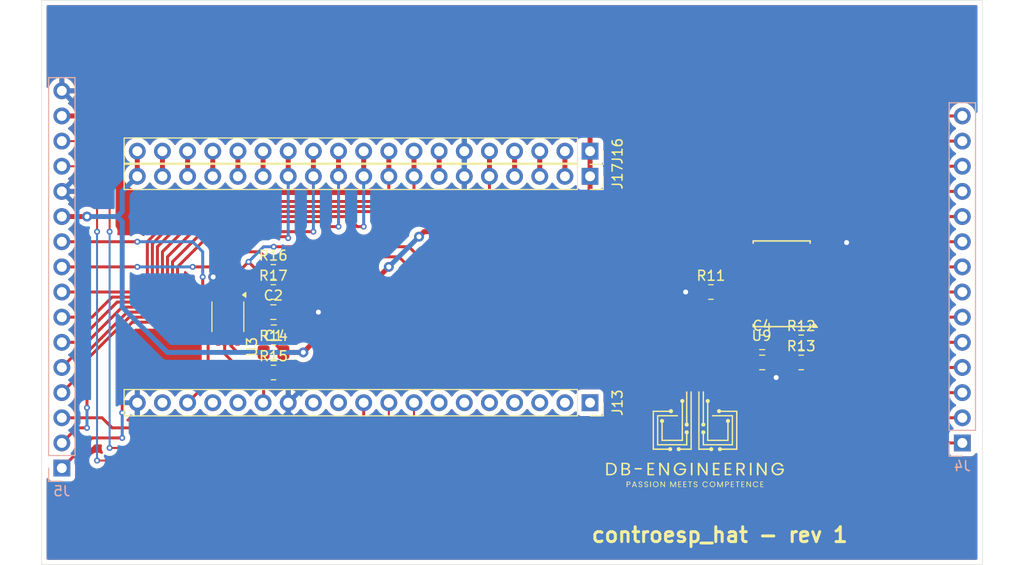
<source format=kicad_pcb>
(kicad_pcb (version 20241229) (generator "pcbnew") (generator_version "9.0")
  (title_block (title "controesp BASE"))
  (layers (0 "F.Cu" signal) (2 "B.Cu" signal) (13 "F.Paste" user) (15 "B.Paste" user) (5 "F.SilkS" user "F.Silkscreen") (7 "B.SilkS" user "B.Silkscreen") (1 "F.Mask" user) (3 "B.Mask" user) (25 "Edge.Cuts" user))
  (net 0 "")
  (net 1 "/controesp_hat/GND")
  (net 2 "/controesp_hat/3V3")
  (net 3 "/controesp_hat/P14")
  (net 4 "/controesp_hat/VCC")
  (net 5 "/controesp_hat/P15")
  (net 6 "/controesp_hat/P4")
  (net 7 "/controesp_hat/P5")
  (net 8 "/controesp_hat/P13")
  (net 9 "/controesp_hat/P11")
  (net 10 "/controesp_hat/P10")
  (net 11 "/controesp_hat/P3")
  (net 12 "/controesp_hat/P0")
  (net 13 "/controesp_hat/P2")
  (net 14 "/controesp_hat/P6")
  (net 15 "/controesp_hat/P1")
  (net 16 "/controesp_hat/P7")
  (net 17 "/controesp_hat/P12")
  (net 18 "/controesp_hat/33")
  (net 19 "/controesp_hat/SDA_5V")
  (net 20 "/controesp_hat/SCL_5V")
  (net 21 "/controesp_hat/26")
  (net 22 "/controesp_hat/14")
  (net 23 "/controesp_hat/13")
  (net 24 "/controesp_hat/RX2")
  (net 25 "/controesp_hat/27")
  (net 26 "/controesp_hat/25")
  (net 27 "/controesp_hat/5")
  (net 28 "/controesp_hat/32")
  (net 29 "/controesp_hat/TX2")
  (net 30 "Net-(U9-A0)")
  (net 31 "Net-(U9-A1)")
  (net 32 "Net-(U9-A2)")
  (net 49 "Net-(J16-Pin_4)")
  (net 50 "Net-(J16-Pin_15)")
  (net 51 "Net-(J16-Pin_17)")
  (net 52 "Net-(J16-Pin_14)")
  (net 53 "Net-(J16-Pin_3)")
  (net 54 "Net-(J16-Pin_7)")
  (net 55 "Net-(J16-Pin_18)")
  (net 56 "Net-(J16-Pin_2)")
  (net 57 "Net-(J16-Pin_16)")
  (net 58 "SCL")
  (net 59 "SDA")
  (footprint "Resistor_SMD:R_0805_2012Metric_Pad1.20x1.40mm_HandSolder" (layer "F.Cu") (at 180.832 100.48)
    (property "Reference" "R13")
    (property "Value" "0")
  )
  (footprint "Capacitor_SMD:C_0805_2012Metric_Pad1.18x1.45mm_HandSolder" (layer "F.Cu") (at 127.5805 97.432)
    (property "Reference" "C1")
    (property "Value" "100nF")
  )
  (footprint "Resistor_SMD:R_0805_2012Metric_Pad1.20x1.40mm_HandSolder" (layer "F.Cu") (at 127.5485 101.496)
    (property "Reference" "R15")
    (property "Value" "10k")
  )
  (footprint "Capacitor_SMD:C_0805_2012Metric_Pad1.18x1.45mm_HandSolder" (layer "F.Cu") (at 127.527 95.4)
    (property "Reference" "C2")
    (property "Value" "100nF")
  )
  (footprint "Capacitor_SMD:C_0805_2012Metric_Pad1.18x1.45mm_HandSolder" (layer "F.Cu") (at 176.8935 98.448)
    (property "Reference" "C4")
    (property "Value" "100nF" (hide yes))
  )
  (footprint "Connector_PinSocket_2.54mm:PinSocket_1x19_P2.54mm_Vertical" (layer "F.Cu") (at 159.512 79.144 -90)
    (property "Reference" "J16")
    (property "Value" "Conn_01x19_Socket")
  )
  (footprint "Package_SO:SSOP-24_5.3x8.2mm_P0.65mm" (layer "F.Cu") (at 178.86 92.535 180)
    (property "Reference" "U9")
    (property "Value" "PCF8575DBR")
  )
  (footprint "Resistor_SMD:R_0805_2012Metric_Pad1.20x1.40mm_HandSolder" (layer "F.Cu") (at 127.5485 99.448)
    (property "Reference" "R14")
    (property "Value" "10k")
  )
  (footprint "Resistor_SMD:R_0805_2012Metric_Pad1.20x1.40mm_HandSolder" (layer "F.Cu") (at 171.72 93.368)
    (property "Reference" "R11")
    (property "Value" "0")
  )
  (footprint "Resistor_SMD:R_0805_2012Metric_Pad1.20x1.40mm_HandSolder" (layer "F.Cu") (at 127.527 91.336)
    (property "Reference" "R16")
    (property "Value" "10k")
  )
  (footprint "Connector_PinSocket_2.54mm:PinSocket_1x19_P2.54mm_Vertical" (layer "F.Cu") (at 159.512 81.684 -90)
    (property "Reference" "J17")
    (property "Value" "Conn_01x19_Socket")
  )
  (footprint "Capacitor_SMD:C_0805_2012Metric_Pad1.18x1.45mm_HandSolder" (layer "F.Cu") (at 176.8935 100.48)
    (property "Reference" "C5" (hide yes))
    (property "Value" "SMD TAN.10/35")
  )
  (footprint "Resistor_SMD:R_0805_2012Metric_Pad1.20x1.40mm_HandSolder" (layer "F.Cu") (at 127.527 93.368)
    (property "Reference" "R17")
    (property "Value" "10k")
  )
  (footprint "Resistor_SMD:R_0805_2012Metric_Pad1.20x1.40mm_HandSolder" (layer "F.Cu") (at 180.832 98.448)
    (property "Reference" "R12")
    (property "Value" "0")
  )
  (footprint "graphics:db_engineering_logo" (layer "F.Cu") (at 170.18 108.608)
    (property "Reference" "G***" (hide yes))
    (property "Value" "LOGO" (hide yes))
  )
  (footprint "Connector_PinSocket_2.54mm:PinSocket_1x19_P2.54mm_Vertical" (layer "F.Cu") (at 159.512 104.544 -90)
    (property "Reference" "J13")
    (property "Value" "Conn_01x19_Socket")
  )
  (footprint "Package_SO:VSSOP-8_3x3mm_P0.65mm" (layer "F.Cu") (at 122.9375 95.867 -90)
    (property "Reference" "U3")
    (property "Value" "TCA9517ADGK")
  )
  (footprint "Connector_PinHeader_2.54mm:PinHeader_1x16_P2.54mm_Vertical" (layer "B.Cu") (at 106.172 111.148)
    (property "Reference" "J5")
    (property "Value" "Conn_01x16_Pin")
  )
  (footprint "Connector_PinHeader_2.54mm:PinHeader_1x14_P2.54mm_Vertical" (layer "B.Cu") (at 197.104 108.608)
    (property "Reference" "J4")
    (property "Value" "Conn_01x14_Pin")
  )
  (gr_rect (start 104.136 63.904) (end 199.136 120.904) (stroke (width 0.05)) (fill no) (layer "Edge.Cuts"))
  (gr_text "controesp_hat - rev 1" (at 159.512 118.768 0) (layer "F.SilkS") (effects (font (size 1.5 1.5) (thickness 0.3) (bold yes)) (justify left bottom)))
  (segment (start 177.931 100.48) (end 177.931 101.627) (width 0.5) (layer "F.Cu") (net 1))
  (segment (start 185.42 88.372205) (end 184.319795 88.372205) (width 0.5) (layer "F.Cu") (net 1))
  (segment (start 128.618 95.4535) (end 128.5645 95.4) (width 0.3) (layer "F.Cu") (net 1))
  (segment (start 184.319795 88.372205) (end 183.732 88.96) (width 0.5) (layer "F.Cu") (net 1))
  (segment (start 132.08 95.4) (end 128.5645 95.4) (width 0.3) (layer "F.Cu") (net 1))
  (segment (start 128.618 97.432) (end 128.618 95.4535) (width 0.3) (layer "F.Cu") (net 1))
  (segment (start 177.931 98.448) (end 177.931 100.48) (width 0.5) (layer "F.Cu") (net 1))
  (segment (start 121.9625 92.354) (end 121.4525 91.844) (width 0.3) (layer "F.Cu") (net 1))
  (segment (start 177.931 98.448) (end 179.832 98.448) (width 0.5) (layer "F.Cu") (net 1))
  (segment (start 183.732 88.96) (end 182.46 88.96) (width 0.3) (layer "F.Cu") (net 1))
  (segment (start 128.5645 97.3785) (end 128.618 97.432) (width 0.3) (layer "F.Cu") (net 1))
  (segment (start 170.72 93.368) (end 169.164 93.368) (width 0.5) (layer "F.Cu") (net 1))
  (segment (start 179.832 100.48) (end 179.832 98.448) (width 0.5) (layer "F.Cu") (net 1))
  (segment (start 121.9625 93.7545) (end 121.9625 92.354) (width 0.3) (layer "F.Cu") (net 1))
  (segment (start 177.931 100.48) (end 179.832 100.48) (width 0.5) (layer "F.Cu") (net 1))
  (segment (start 177.931 101.627) (end 178.308 102.004) (width 0.5) (layer "F.Cu") (net 1))
  (via (at 121.4525 91.844) (size 1) (drill 0.5) (layers "F.Cu" "B.Cu") (net 1))
  (via (at 178.308 102.004) (size 1) (drill 0.5) (layers "F.Cu" "B.Cu") (net 1))
  (via (at 185.42 88.372205) (size 1) (drill 0.5) (layers "F.Cu" "B.Cu") (net 1))
  (via (at 169.164 93.368) (size 1) (drill 0.5) (layers "F.Cu" "B.Cu") (net 1))
  (via (at 132.08 95.4) (size 1) (drill 0.5) (layers "F.Cu" "B.Cu") (net 1))
  (segment (start 114.3 106.576) (end 113.792 107.084) (width 0.5) (layer "B.Cu") (net 1))
  (segment (start 128.524 91.844) (end 132.08 95.4) (width 0.5) (layer "B.Cu") (net 1))
  (segment (start 167.64 106.576) (end 169.164 105.052) (width 0.5) (layer "B.Cu") (net 1))
  (segment (start 170.688 106.576) (end 177.8 106.576) (width 0.5) (layer "B.Cu") (net 1))
  (segment (start 107.696 74.572) (end 109.22 73.048) (width 0.5) (layer "B.Cu") (net 1))
  (segment (start 129.032 105.56) (end 128.016 106.576) (width 0.5) (layer "B.Cu") (net 1))
  (segment (start 146.812 84.732) (end 136.144 95.4) (width 0.5) (layer "B.Cu") (net 1))
  (segment (start 107.696 110.64) (end 107.696 84.732) (width 0.5) (layer "B.Cu") (net 1))
  (segment (start 129.032 105.56) (end 130.048 106.576) (width 0.5) (layer "B.Cu") (net 1))
  (segment (start 144.78 73.048) (end 146.812 75.08) (width 0.5) (layer "B.Cu") (net 1))
  (segment (start 107.696 74.572) (end 107.696 81.684) (width 0.5) (layer "B.Cu") (net 1))
  (segment (start 129.032 104.544) (end 129.032 105.56) (width 0.5) (layer "B.Cu") (net 1))
  (segment (start 178.308 94.384) (end 178.308 102.004) (width 0.5) (layer "B.Cu") (net 1))
  (segment (start 132.08 97.416) (end 132.08 101.496) (width 0.5) (layer "B.Cu") (net 1))
  (segment (start 146.812 81.684) (end 146.812 84.732) (width 0.5) (layer "B.Cu") (net 1))
  (segment (start 121.4525 91.844) (end 128.524 91.844) (width 0.5) (layer "B.Cu") (net 1))
  (segment (start 107.696 81.684) (end 106.172 83.208) (width 0.5) (layer "B.Cu") (net 1))
  (segment (start 184.319795 88.372205) (end 178.308 94.384) (width 0.5) (layer "B.Cu") (net 1))
  (segment (start 185.42 88.372205) (end 184.319795 88.372205) (width 0.5) (layer "B.Cu") (net 1))
  (segment (start 107.696 84.732) (end 106.172 83.208) (width 0.5) (layer "B.Cu") (net 1))
  (segment (start 113.792 109.116) (end 111.252 111.656) (width 0.5) (layer "B.Cu") (net 1))
  (segment (start 113.792 106.068) (end 113.792 104.544) (width 0.5) (layer "B.Cu") (net 1))
  (segment (start 109.22 73.048) (end 144.78 73.048) (width 0.5) (layer "B.Cu") (net 1))
  (segment (start 113.792 107.084) (end 113.792 109.116) (width 0.5) (layer "B.Cu") (net 1))
  (segment (start 177.8 106.576) (end 178.308 106.068) (width 0.5) (layer "B.Cu") (net 1))
  (segment (start 128.016 106.576) (end 114.3 106.576) (width 0.5) (layer "B.Cu") (net 1))
  (segment (start 108.712 111.656) (end 107.696 110.64) (width 0.5) (layer "B.Cu") (net 1))
  (segment (start 130.048 106.576) (end 167.64 106.576) (width 0.5) (layer "B.Cu") (net 1))
  (segment (start 114.3 106.576) (end 113.792 106.068) (width 0.5) (layer "B.Cu") (net 1))
  (segment (start 111.252 111.656) (end 108.712 111.656) (width 0.5) (layer "B.Cu") (net 1))
  (segment (start 132.08 101.496) (end 129.032 104.544) (width 0.5) (layer "B.Cu") (net 1))
  (segment (start 169.164 105.052) (end 170.688 106.576) (width 0.5) (layer "B.Cu") (net 1))
  (segment (start 132.08 95.4) (end 132.08 97.416) (width 0.5) (layer "B.Cu") (net 1))
  (segment (start 132.08 97.416) (end 132.064 97.432) (width 0.3) (layer "B.Cu") (net 1))
  (segment (start 146.812 81.684) (end 146.812 79.144) (width 0.5) (layer "B.Cu") (net 1))
  (segment (start 146.812 75.08) (end 146.812 79.144) (width 0.5) (layer "B.Cu") (net 1))
  (segment (start 106.172 73.048) (end 107.696 74.572) (width 0.5) (layer "B.Cu") (net 1))
  (segment (start 178.308 106.068) (end 178.308 102.004) (width 0.5) (layer "B.Cu") (net 1))
  (segment (start 136.144 95.4) (end 132.08 95.4) (width 0.5) (layer "B.Cu") (net 1))
  (segment (start 169.164 105.052) (end 169.164 93.368) (width 0.5) (layer "B.Cu") (net 1))
  (segment (start 124.46 97.432) (end 123.9125 97.9795) (width 0.3) (layer "F.Cu") (net 2))
  (segment (start 126.543 97.432) (end 124.46 97.432) (width 0.3) (layer "F.Cu") (net 2))
  (segment (start 130.556 99.464) (end 131.572 98.448) (width 0.5) (layer "F.Cu") (net 2))
  (segment (start 175.26 96.924) (end 175.26 96.136) (width 0.5) (layer "F.Cu") (net 2))
  (segment (start 175.856 98.448) (end 175.856 100.48) (width 0.5) (layer "F.Cu") (net 2))
  (segment (start 128.5485 101.496) (end 128.5485 99.448) (width 0.5) (layer "F.Cu") (net 2))
  (segment (start 113.792 79.144) (end 113.792 81.684) (width 0.5) (layer "F.Cu") (net 2))
  (segment (start 175.856 97.52) (end 175.26 96.924) (width 0.5) (layer "F.Cu") (net 2))
  (segment (start 175.856 98.448) (end 175.856 97.52) (width 0.5) (layer "F.Cu") (net 2))
  (segment (start 126.543 97.4425) (end 128.5485 99.448) (width 0.3) (layer "F.Cu") (net 2))
  (segment (start 126.543 97.432) (end 126.543 97.4425) (width 0.3) (layer "F.Cu") (net 2))
  (segment (start 131.572 98.448) (end 175.856 98.448) (width 0.5) (layer "F.Cu") (net 2))
  (segment (start 128.5645 99.464) (end 128.5485 99.448) (width 0.5) (layer "F.Cu") (net 2))
  (segment (start 130.556 99.464) (end 128.5645 99.464) (width 0.5) (layer "F.Cu") (net 2))
  (segment (start 106.172 85.748) (end 108.712 85.748) (width 0.5) (layer "F.Cu") (net 2))
  (via (at 108.712 85.748) (size 1) (drill 0.5) (layers "F.Cu" "B.Cu") (net 2))
  (via (at 130.556 99.464) (size 1) (drill 0.5) (layers "F.Cu" "B.Cu") (net 2))
  (segment (start 112.268 86.256) (end 112.268 94.892) (width 0.5) (layer "B.Cu") (net 2))
  (segment (start 108.712 85.748) (end 111.76 85.748) (width 0.5) (layer "B.Cu") (net 2))
  (segment (start 111.76 85.748) (end 112.268 86.256) (width 0.5) (layer "B.Cu") (net 2))
  (segment (start 112.268 85.24) (end 112.268 83.208) (width 0.5) (layer "B.Cu") (net 2))
  (segment (start 116.84 99.464) (end 130.556 99.464) (width 0.5) (layer "B.Cu") (net 2))
  (segment (start 111.76 85.748) (end 112.268 85.24) (width 0.5) (layer "B.Cu") (net 2))
  (segment (start 112.268 94.892) (end 116.84 99.464) (width 0.5) (layer "B.Cu") (net 2))
  (segment (start 112.268 83.208) (end 113.792 81.684) (width 0.5) (layer "B.Cu") (net 2))
  (segment (start 174.244 78.128) (end 197.104 78.128) (width 0.3) (layer "F.Cu") (net 3))
  (segment (start 170.18 82.192) (end 174.244 78.128) (width 0.3) (layer "F.Cu") (net 3))
  (segment (start 170.18 90.32) (end 170.18 82.192) (width 0.3) (layer "F.Cu") (net 3))
  (segment (start 171.42 91.56) (end 170.18 90.32) (width 0.3) (layer "F.Cu") (net 3))
  (segment (start 175.26 91.56) (end 171.42 91.56) (width 0.3) (layer "F.Cu") (net 3))
  (segment (start 159.512 81.684) (end 159.512 86.256) (width 0.5) (layer "F.Cu") (net 4))
  (segment (start 158.496 87.272) (end 142.748 87.272) (width 0.5) (layer "F.Cu") (net 4))
  (segment (start 159.512 75.692) (end 159.512 79.144) (width 0.5) (layer "F.Cu") (net 4))
  (segment (start 136.652 93.368) (end 130.556 93.368) (width 0.5) (layer "F.Cu") (net 4))
  (segment (start 130.556 93.368) (end 128.527 93.368) (width 0.5) (layer "F.Cu") (net 4))
  (segment (start 126.4895 95.4) (end 125.558 95.4) (width 0.5) (layer "F.Cu") (net 4))
  (segment (start 156.972 73.152) (end 159.512 75.692) (width 0.5) (layer "F.Cu") (net 4))
  (segment (start 110.744 73.152) (end 156.972 73.152) (width 0.5) (layer "F.Cu") (net 4))
  (segment (start 108.308 75.588) (end 110.744 73.152) (width 0.5) (layer "F.Cu") (net 4))
  (segment (start 128.527 91.336) (end 128.527 93.368) (width 0.3) (layer "F.Cu") (net 4))
  (segment (start 159.512 86.256) (end 158.496 87.272) (width 0.5) (layer "F.Cu") (net 4))
  (segment (start 126.4895 95.4) (end 126.495 95.4) (width 0.3) (layer "F.Cu") (net 4))
  (segment (start 159.512 79.144) (end 159.512 81.684) (width 0.5) (layer "F.Cu") (net 4))
  (segment (start 142.748 87.272) (end 142.24 87.78) (width 0.5) (layer "F.Cu") (net 4))
  (segment (start 139.192 90.828) (end 136.652 93.368) (width 0.5) (layer "F.Cu") (net 4))
  (segment (start 126.495 95.4) (end 128.527 93.368) (width 0.5) (layer "F.Cu") (net 4))
  (segment (start 125.558 95.4) (end 123.9125 93.7545) (width 0.5) (layer "F.Cu") (net 4))
  (segment (start 106.172 75.588) (end 108.308 75.588) (width 0.5) (layer "F.Cu") (net 4))
  (via (at 142.24 87.78) (size 1) (drill 0.5) (layers "F.Cu" "B.Cu") (net 4))
  (via (at 139.192 90.828) (size 1) (drill 0.5) (layers "F.Cu" "B.Cu") (net 4))
  (segment (start 142.24 87.78) (end 139.192 90.828) (width 0.5) (layer "B.Cu") (net 4))
  (segment (start 174.244 75.588) (end 197.104 75.588) (width 0.3) (layer "F.Cu") (net 5))
  (segment (start 169.164 80.668) (end 174.244 75.588) (width 0.3) (layer "F.Cu") (net 5))
  (segment (start 170.546 92.21) (end 169.164 90.828) (width 0.3) (layer "F.Cu") (net 5))
  (segment (start 169.164 90.828) (end 169.164 80.668) (width 0.3) (layer "F.Cu") (net 5))
  (segment (start 175.26 92.21) (end 170.546 92.21) (width 0.3) (layer "F.Cu") (net 5))
  (segment (start 182.46 91.56) (end 186.66 91.56) (width 0.3) (layer "F.Cu") (net 6))
  (segment (start 193.548 98.448) (end 197.104 98.448) (width 0.3) (layer "F.Cu") (net 6))
  (segment (start 186.66 91.56) (end 193.548 98.448) (width 0.3) (layer "F.Cu") (net 6))
  (segment (start 182.46 90.91) (end 187.026 90.91) (width 0.3) (layer "F.Cu") (net 7))
  (segment (start 187.026 90.91) (end 192.024 95.908) (width 0.3) (layer "F.Cu") (net 7))
  (segment (start 192.024 95.908) (end 197.104 95.908) (width 0.3) (layer "F.Cu") (net 7))
  (segment (start 171.196 83.716) (end 174.244 80.668) (width 0.3) (layer "F.Cu") (net 8))
  (segment (start 174.244 80.668) (end 197.104 80.668) (width 0.3) (layer "F.Cu") (net 8))
  (segment (start 172.294 90.91) (end 171.196 89.812) (width 0.3) (layer "F.Cu") (net 8))
  (segment (start 171.196 89.812) (end 171.196 83.716) (width 0.3) (layer "F.Cu") (net 8))
  (segment (start 175.26 90.91) (end 172.294 90.91) (width 0.3) (layer "F.Cu") (net 8))
  (segment (start 175.26 89.61) (end 174.042 89.61) (width 0.3) (layer "F.Cu") (net 9))
  (segment (start 174.752 85.748) (end 197.104 85.748) (width 0.3) (layer "F.Cu") (net 9))
  (segment (start 174.042 89.61) (end 173.228 88.796) (width 0.3) (layer "F.Cu") (net 9))
  (segment (start 173.228 88.796) (end 173.228 87.272) (width 0.3) (layer "F.Cu") (net 9))
  (segment (start 173.228 87.272) (end 174.752 85.748) (width 0.3) (layer "F.Cu") (net 9))
  (segment (start 175.26 88.288) (end 176.276 87.272) (width 0.3) (layer "F.Cu") (net 10))
  (segment (start 193.548 87.272) (end 194.564 88.288) (width 0.3) (layer "F.Cu") (net 10))
  (segment (start 176.276 87.272) (end 193.548 87.272) (width 0.3) (layer "F.Cu") (net 10))
  (segment (start 175.26 88.96) (end 175.26 88.288) (width 0.3) (layer "F.Cu") (net 10))
  (segment (start 194.564 88.288) (end 197.104 88.288) (width 0.3) (layer "F.Cu") (net 10))
  (segment (start 191.516 98.956) (end 193.548 100.988) (width 0.3) (layer "F.Cu") (net 11))
  (segment (start 182.46 92.21) (end 186.294 92.21) (width 0.3) (layer "F.Cu") (net 11))
  (segment (start 186.294 92.21) (end 191.516 97.432) (width 0.3) (layer "F.Cu") (net 11))
  (segment (start 191.516 97.432) (end 191.516 98.956) (width 0.3) (layer "F.Cu") (net 11))
  (segment (start 193.548 100.988) (end 197.104 100.988) (width 0.3) (layer "F.Cu") (net 11))
  (segment (start 197.104 108.608) (end 192.024 108.608) (width 0.3) (layer "F.Cu") (net 12))
  (segment (start 188.468 97.432) (end 185.196 94.16) (width 0.3) (layer "F.Cu") (net 12))
  (segment (start 185.196 94.16) (end 182.46 94.16) (width 0.3) (layer "F.Cu") (net 12))
  (segment (start 188.468 105.052) (end 188.468 97.432) (width 0.3) (layer "F.Cu") (net 12))
  (segment (start 192.024 108.608) (end 188.468 105.052) (width 0.3) (layer "F.Cu") (net 12))
  (segment (start 182.46 92.86) (end 185.928 92.86) (width 0.3) (layer "F.Cu") (net 13))
  (segment (start 193.548 103.528) (end 197.104 103.528) (width 0.3) (layer "F.Cu") (net 13))
  (segment (start 190.5 100.48) (end 193.548 103.528) (width 0.3) (layer "F.Cu") (net 13))
  (segment (start 190.5 97.432) (end 190.5 100.48) (width 0.3) (layer "F.Cu") (net 13))
  (segment (start 185.928 92.86) (end 190.5 97.432) (width 0.3) (layer "F.Cu") (net 13))
  (segment (start 182.46 90.26) (end 187.392 90.26) (width 0.3) (layer "F.Cu") (net 14))
  (segment (start 190.5 93.368) (end 197.104 93.368) (width 0.3) (layer "F.Cu") (net 14))
  (segment (start 187.392 90.26) (end 190.5 93.368) (width 0.3) (layer "F.Cu") (net 14))
  (segment (start 182.46 93.51) (end 185.562 93.51) (width 0.3) (layer "F.Cu") (net 15))
  (segment (start 193.04 106.068) (end 197.104 106.068) (width 0.3) (layer "F.Cu") (net 15))
  (segment (start 185.562 93.51) (end 189.484 97.432) (width 0.3) (layer "F.Cu") (net 15))
  (segment (start 189.484 102.512) (end 193.04 106.068) (width 0.3) (layer "F.Cu") (net 15))
  (segment (start 189.484 97.432) (end 189.484 102.512) (width 0.3) (layer "F.Cu") (net 15))
  (segment (start 182.46 89.61) (end 187.758 89.61) (width 0.3) (layer "F.Cu") (net 16))
  (segment (start 188.976 90.828) (end 197.104 90.828) (width 0.3) (layer "F.Cu") (net 16))
  (segment (start 187.758 89.61) (end 188.976 90.828) (width 0.3) (layer "F.Cu") (net 16))
  (segment (start 173.168 90.26) (end 172.212 89.304) (width 0.3) (layer "F.Cu") (net 17))
  (segment (start 172.212 89.304) (end 172.212 85.861356) (width 0.3) (layer "F.Cu") (net 17))
  (segment (start 175.26 90.26) (end 173.168 90.26) (width 0.3) (layer "F.Cu") (net 17))
  (segment (start 172.212 85.861356) (end 174.865356 83.208) (width 0.3) (layer "F.Cu") (net 17))
  (segment (start 174.865356 83.208) (end 197.104 83.208) (width 0.3) (layer "F.Cu") (net 17))
  (segment (start 106.172 108.608) (end 107.696 107.084) (width 0.3) (layer "F.Cu") (net 18))
  (segment (start 108.712 100.17252) (end 108.712 105.052) (width 0.3) (layer "F.Cu") (net 18))
  (segment (start 112.97652 95.908) (end 108.712 100.17252) (width 0.3) (layer "F.Cu") (net 18))
  (segment (start 131.572 87.272) (end 120.396 87.272) (width 0.3) (layer "F.Cu") (net 18))
  (segment (start 117.348 90.32) (end 117.348 93.876) (width 0.3) (layer "F.Cu") (net 18))
  (segment (start 117.348 93.876) (end 115.316 95.908) (width 0.3) (layer "F.Cu") (net 18))
  (segment (start 120.396 87.272) (end 117.348 90.32) (width 0.3) (layer "F.Cu") (net 18))
  (segment (start 131.572 79.144) (end 131.572 81.684) (width 0.5) (layer "F.Cu") (net 18))
  (segment (start 115.316 95.908) (end 112.97652 95.908) (width 0.3) (layer "F.Cu") (net 18))
  (segment (start 107.696 107.084) (end 108.712 107.084) (width 0.3) (layer "F.Cu") (net 18))
  (via (at 108.712 105.052) (size 0.6) (drill 0.3) (layers "F.Cu" "B.Cu") (net 18))
  (via (at 131.572 87.272) (size 0.6) (drill 0.3) (layers "F.Cu" "B.Cu") (net 18))
  (via (at 108.712 107.084) (size 0.6) (drill 0.3) (layers "F.Cu" "B.Cu") (net 18))
  (segment (start 131.572 87.272) (end 131.572 81.684) (width 0.3) (layer "B.Cu") (net 18))
  (segment (start 108.712 107.084) (end 108.712 105.052) (width 0.3) (layer "B.Cu") (net 18))
  (segment (start 140.208 89.812) (end 145.856 95.46) (width 0.3) (layer "F.Cu") (net 19))
  (segment (start 122.6125 91.5205) (end 122.6125 93.7545) (width 0.3) (layer "F.Cu") (net 19))
  (segment (start 106.172 90.828) (end 113.792 90.828) (width 0.3) (layer "F.Cu") (net 19))
  (segment (start 121.92 90.828) (end 122.6125 91.5205) (width 0.3) (layer "F.Cu") (net 19))
  (segment (start 127.527 90.67913) (end 127.527 92.368) (width 0.3) (layer "F.Cu") (net 19))
  (segment (start 119.38 90.828) (end 121.92 90.828) (width 0.3) (layer "F.Cu") (net 19))
  (segment (start 145.856 95.46) (end 167.192 95.46) (width 0.3) (layer "F.Cu") (net 19))
  (segment (start 127.527 90.67913) (end 128.39413 89.812) (width 0.3) (layer "F.Cu") (net 19))
  (segment (start 173.676 95.46) (end 175.26 95.46) (width 0.3) (layer "F.Cu") (net 19))
  (segment (start 128.39413 89.812) (end 140.208 89.812) (width 0.3) (layer "F.Cu") (net 19))
  (segment (start 122.428 89.812) (end 122.936 89.304) (width 0.3) (layer "F.Cu") (net 19))
  (segment (start 121.92 90.828) (end 122.428 90.32) (width 0.3) (layer "F.Cu") (net 19))
  (segment (start 122.936 89.304) (end 126.15187 89.304) (width 0.3) (layer "F.Cu") (net 19))
  (segment (start 168.148 96.416) (end 172.72 96.416) (width 0.3) (layer "F.Cu") (net 19))
  (segment (start 172.72 96.416) (end 173.676 95.46) (width 0.3) (layer "F.Cu") (net 19))
  (segment (start 122.428 90.32) (end 122.428 89.812) (width 0.3) (layer "F.Cu") (net 19))
  (segment (start 167.192 95.46) (end 168.148 96.416) (width 0.3) (layer "F.Cu") (net 19))
  (segment (start 126.15187 89.304) (end 127.527 90.67913) (width 0.3) (layer "F.Cu") (net 19))
  (segment (start 127.527 92.368) (end 126.527 93.368) (width 0.3) (layer "F.Cu") (net 19))
  (via (at 119.38 90.828) (size 0.6) (drill 0.3) (layers "F.Cu" "B.Cu") (net 19))
  (via (at 113.792 90.828) (size 0.6) (drill 0.3) (layers "F.Cu" "B.Cu") (net 19))
  (segment (start 113.792 90.828) (end 119.38 90.828) (width 0.3) (layer "B.Cu") (net 19))
  (segment (start 123.9925 91.336) (end 124.0085 91.336) (width 0.3) (layer "F.Cu") (net 20))
  (segment (start 122.936 95.4) (end 123.2625 95.0735) (width 0.3) (layer "F.Cu") (net 20))
  (segment (start 175.26 94.81) (end 168.574 94.81) (width 0.3) (layer "F.Cu") (net 20))
  (segment (start 123.2625 92.066) (end 123.2625 93.7545) (width 0.3) (layer "F.Cu") (net 20))
  (segment (start 120.396 91.844) (end 120.396 94.892) (width 0.3) (layer "F.Cu") (net 20))
  (segment (start 124.0085 91.336) (end 125.0245 90.32) (width 0.3) (layer "F.Cu") (net 20))
  (segment (start 168.574 94.81) (end 167.64 93.876) (width 0.3) (layer "F.Cu") (net 20))
  (segment (start 125.0245 90.32) (end 126.0405 91.336) (width 0.3) (layer "F.Cu") (net 20))
  (segment (start 123.2625 95.0735) (end 123.2625 93.7545) (width 0.3) (layer "F.Cu") (net 20))
  (segment (start 126.0405 91.336) (end 126.527 91.336) (width 0.3) (layer "F.Cu") (net 20))
  (segment (start 120.904 95.4) (end 122.936 95.4) (width 0.3) (layer "F.Cu") (net 20))
  (segment (start 106.172 88.288) (end 113.792 88.288) (width 0.3) (layer "F.Cu") (net 20))
  (segment (start 120.396 94.892) (end 120.904 95.4) (width 0.3) (layer "F.Cu") (net 20))
  (segment (start 141.224 88.796) (end 127.5645 88.796) (width 0.3) (layer "F.Cu") (net 20))
  (segment (start 123.9925 91.336) (end 123.2625 92.066) (width 0.3) (layer "F.Cu") (net 20))
  (segment (start 146.304 93.876) (end 141.224 88.796) (width 0.3) (layer "F.Cu") (net 20))
  (segment (start 167.64 93.876) (end 146.304 93.876) (width 0.3) (layer "F.Cu") (net 20))
  (via (at 125.0245 90.32) (size 0.6) (drill 0.3) (layers "F.Cu" "B.Cu") (net 20))
  (via (at 120.396 91.844) (size 0.6) (drill 0.3) (layers "F.Cu" "B.Cu") (net 20))
  (via (at 113.792 88.288) (size 0.6) (drill 0.3) (layers "F.Cu" "B.Cu") (net 20))
  (via (at 127.5645 88.796) (size 0.6) (drill 0.3) (layers "F.Cu" "B.Cu") (net 20))
  (segment (start 120.396 89.304) (end 120.396 91.844) (width 0.3) (layer "B.Cu") (net 20))
  (segment (start 126.5485 88.796) (end 125.0245 90.32) (width 0.3) (layer "B.Cu") (net 20))
  (segment (start 113.792 88.288) (end 119.38 88.288) (width 0.3) (layer "B.Cu") (net 20))
  (segment (start 119.38 88.288) (end 120.396 89.304) (width 0.3) (layer "B.Cu") (net 20))
  (segment (start 127.5645 88.796) (end 126.5485 88.796) (width 0.3) (layer "B.Cu") (net 20))
  (segment (start 136.002 86.764) (end 134.986 85.748) (width 0.3) (layer "F.Cu") (net 21))
  (segment (start 116.332 89.304) (end 116.332 92.964) (width 0.3) (layer "F.Cu") (net 21))
  (segment (start 136.652 79.144) (end 136.652 81.684) (width 0.5) (layer "F.Cu") (net 21))
  (segment (start 119.888 85.748) (end 116.332 89.304) (width 0.3) (layer "F.Cu") (net 21))
  (segment (start 134.986 85.748) (end 119.888 85.748) (width 0.3) (layer "F.Cu") (net 21))
  (segment (start 116.332 92.964) (end 114.404 94.892) (width 0.3) (layer "F.Cu") (net 21))
  (segment (start 112.268 94.892) (end 106.172 100.988) (width 0.3) (layer "F.Cu") (net 21))
  (segment (start 114.404 94.892) (end 112.268 94.892) (width 0.3) (layer "F.Cu") (net 21))
  (segment (start 136.652 86.764) (end 136.002 86.764) (width 0.3) (layer "F.Cu") (net 21))
  (via (at 136.652 86.764) (size 0.6) (drill 0.3) (layers "F.Cu" "B.Cu") (net 21))
  (segment (start 136.652 86.764) (end 136.652 81.684) (width 0.3) (layer "B.Cu") (net 21))
  (segment (start 113.58152 93.883) (end 115.316 92.14852) (width 0.3) (layer "F.Cu") (net 22))
  (segment (start 141.732 83.716) (end 141.732 81.684) (width 0.3) (layer "F.Cu") (net 22))
  (segment (start 109.22 95.908) (end 111.245 93.883) (width 0.3) (layer "F.Cu") (net 22))
  (segment (start 141.732 79.144) (end 141.732 81.684) (width 0.5) (layer "F.Cu") (net 22))
  (segment (start 119.07252 84.732) (end 140.716 84.732) (width 0.3) (layer "F.Cu") (net 22))
  (segment (start 106.172 95.908) (end 109.22 95.908) (width 0.3) (layer "F.Cu") (net 22))
  (segment (start 115.316 92.14852) (end 115.316 88.48852) (width 0.3) (layer "F.Cu") (net 22))
  (segment (start 111.245 93.883) (end 113.58152 93.883) (width 0.3) (layer "F.Cu") (net 22))
  (segment (start 115.316 88.48852) (end 119.07252 84.732) (width 0.3) (layer "F.Cu") (net 22))
  (segment (start 140.716 84.732) (end 141.732 83.716) (width 0.3) (layer "F.Cu") (net 22))
  (segment (start 141.224 86.256) (end 148.844 86.256) (width 0.3) (layer "F.Cu") (net 23))
  (segment (start 113.896 94.384) (end 115.824 92.456) (width 0.3) (layer "F.Cu") (net 23))
  (segment (start 111.76 94.384) (end 113.896 94.384) (width 0.3) (layer "F.Cu") (net 23))
  (segment (start 149.352 85.748) (end 149.352 81.684) (width 0.3) (layer "F.Cu") (net 23))
  (segment (start 107.696 98.448) (end 111.76 94.384) (width 0.3) (layer "F.Cu") (net 23))
  (segment (start 115.824 92.456) (end 115.824 88.796) (width 0.3) (layer "F.Cu") (net 23))
  (segment (start 106.172 98.448) (end 107.696 98.448) (width 0.3) (layer "F.Cu") (net 23))
  (segment (start 140.208 85.24) (end 141.224 86.256) (width 0.3) (layer "F.Cu") (net 23))
  (segment (start 119.38 85.24) (end 140.208 85.24) (width 0.3) (layer "F.Cu") (net 23))
  (segment (start 149.352 79.144) (end 149.352 81.684) (width 0.5) (layer "F.Cu") (net 23))
  (segment (start 115.824 88.796) (end 119.38 85.24) (width 0.3) (layer "F.Cu") (net 23))
  (segment (start 148.844 86.256) (end 149.352 85.748) (width 0.3) (layer "F.Cu") (net 23))
  (segment (start 141.732 104.544) (end 141.732 109.624) (width 0.2) (layer "F.Cu") (net 24))
  (segment (start 109.728 81.176) (end 109.22 80.668) (width 0.2) (layer "F.Cu") (net 24))
  (segment (start 141.732 109.624) (end 140.97 110.386) (width 0.2) (layer "F.Cu") (net 24))
  (segment (start 140.97 110.386) (end 109.728 110.386) (width 0.2) (layer "F.Cu") (net 24))
  (segment (start 109.728 87.272) (end 109.728 81.176) (width 0.2) (layer "F.Cu") (net 24))
  (segment (start 109.22 80.668) (end 106.172 80.668) (width 0.2) (layer "F.Cu") (net 24))
  (via (at 109.728 87.272) (size 0.6) (drill 0.3) (layers "F.Cu" "B.Cu") (net 24))
  (via (at 109.728 110.386) (size 0.6) (drill 0.3) (layers "F.Cu" "B.Cu") (net 24))
  (segment (start 109.728 110.386) (end 109.728 87.272) (width 0.2) (layer "B.Cu") (net 24))
  (segment (start 114.808 91.948) (end 114.808 88.288) (width 0.3) (layer "F.Cu") (net 25))
  (segment (start 114.808 88.288) (end 118.872 84.224) (width 0.3) (layer "F.Cu") (net 25))
  (segment (start 118.872 84.224) (end 138.176 84.224) (width 0.3) (layer "F.Cu") (net 25))
  (segment (start 106.172 93.368) (end 113.388 93.368) (width 0.3) (layer "F.Cu") (net 25))
  (segment (start 139.192 81.684) (end 139.192 79.144) (width 0.5) (layer "F.Cu") (net 25))
  (segment (start 139.192 83.208) (end 139.192 81.684) (width 0.3) (layer "F.Cu") (net 25))
  (segment (start 138.176 84.224) (end 139.192 83.208) (width 0.3) (layer "F.Cu") (net 25))
  (segment (start 113.388 93.368) (end 114.808 91.948) (width 0.3) (layer "F.Cu") (net 25))
  (segment (start 132.954 86.764) (end 132.446 86.256) (width 0.3) (layer "F.Cu") (net 26))
  (segment (start 134.112 81.684) (end 134.112 79.144) (width 0.5) (layer "F.Cu") (net 26))
  (segment (start 134.112 86.764) (end 132.954 86.764) (width 0.3) (layer "F.Cu") (net 26))
  (segment (start 116.84 89.812) (end 116.84 93.368) (width 0.3) (layer "F.Cu") (net 26))
  (segment (start 112.776 95.4) (end 108.204 99.972) (width 0.3) (layer "F.Cu") (net 26))
  (segment (start 120.396 86.256) (end 116.84 89.812) (width 0.3) (layer "F.Cu") (net 26))
  (segment (start 132.446 86.256) (end 120.396 86.256) (width 0.3) (layer "F.Cu") (net 26))
  (segment (start 116.84 93.368) (end 114.808 95.4) (width 0.3) (layer "F.Cu") (net 26))
  (segment (start 108.204 99.972) (end 108.204 101.496) (width 0.3) (layer "F.Cu") (net 26))
  (segment (start 114.808 95.4) (end 112.776 95.4) (width 0.3) (layer "F.Cu") (net 26))
  (segment (start 108.204 101.496) (end 106.172 103.528) (width 0.3) (layer "F.Cu") (net 26))
  (via (at 134.112 86.764) (size 0.6) (drill 0.3) (layers "F.Cu" "B.Cu") (net 26))
  (segment (start 134.112 86.764) (end 134.112 81.684) (width 0.3) (layer "B.Cu") (net 26))
  (segment (start 135.636 107.084) (end 136.652 106.068) (width 0.3) (layer "F.Cu") (net 27))
  (segment (start 110.236 106.068) (end 111.252 107.084) (width 0.3) (layer "F.Cu") (net 27))
  (segment (start 111.252 107.084) (end 135.636 107.084) (width 0.3) (layer "F.Cu") (net 27))
  (segment (start 106.172 106.068) (end 110.236 106.068) (width 0.3) (layer "F.Cu") (net 27))
  (segment (start 136.652 106.068) (end 136.652 104.544) (width 0.3) (layer "F.Cu") (net 27))
  (segment (start 109.22 108.1) (end 112.268 108.1) (width 0.3) (layer "F.Cu") (net 28))
  (segment (start 113.284 96.416) (end 115.824 96.416) (width 0.3) (layer "F.Cu") (net 28))
  (segment (start 106.172 111.148) (end 109.22 108.1) (width 0.3) (layer "F.Cu") (net 28))
  (segment (start 117.856 94.384) (end 117.856 92.352) (width 0.3) (layer "F.Cu") (net 28))
  (segment (start 115.824 96.416) (end 117.856 94.384) (width 0.3) (layer "F.Cu") (net 28))
  (segment (start 117.856 92.352) (end 117.856 90.828) (width 0.3) (layer "F.Cu") (net 28))
  (segment (start 129.032 81.684) (end 129.032 79.144) (width 0.5) (layer "F.Cu") (net 28))
  (segment (start 112.268 105.56) (end 112.268 97.432) (width 0.3) (layer "F.Cu") (net 28))
  (segment (start 128.89 87.78) (end 129.032 87.922) (width 0.3) (layer "F.Cu") (net 28))
  (segment (start 117.856 90.828) (end 120.904 87.78) (width 0.3) (layer "F.Cu") (net 28))
  (segment (start 112.268 97.432) (end 113.284 96.416) (width 0.3) (layer "F.Cu") (net 28))
  (segment (start 120.904 87.78) (end 128.89 87.78) (width 0.3) (layer "F.Cu") (net 28))
  (via (at 129.032 87.922) (size 0.6) (drill 0.3) (layers "F.Cu" "B.Cu") (net 28))
  (via (at 112.268 105.56) (size 0.6) (drill 0.3) (layers "F.Cu" "B.Cu") (net 28))
  (via (at 112.268 108.1) (size 0.6) (drill 0.3) (layers "F.Cu" "B.Cu") (net 28))
  (segment (start 112.268 108.1) (end 112.268 105.56) (width 0.3) (layer "B.Cu") (net 28))
  (segment (start 129.032 87.922) (end 129.032 81.684) (width 0.3) (layer "B.Cu") (net 28))
  (segment (start 110.998 79.398) (end 109.728 78.128) (width 0.2) (layer "F.Cu") (net 29))
  (segment (start 138.684 109.116) (end 110.998 109.116) (width 0.2) (layer "F.Cu") (net 29))
  (segment (start 139.192 104.544) (end 139.192 108.608) (width 0.2) (layer "F.Cu") (net 29))
  (segment (start 110.998 87.272) (end 110.998 79.398) (width 0.2) (layer "F.Cu") (net 29))
  (segment (start 139.192 108.608) (end 138.684 109.116) (width 0.2) (layer "F.Cu") (net 29))
  (segment (start 109.728 78.128) (end 106.172 78.128) (width 0.2) (layer "F.Cu") (net 29))
  (via (at 110.998 87.272) (size 0.6) (drill 0.3) (layers "F.Cu" "B.Cu") (net 29))
  (via (at 110.998 109.116) (size 0.6) (drill 0.3) (layers "F.Cu" "B.Cu") (net 29))
  (segment (start 110.998 109.116) (end 110.998 87.272) (width 0.2) (layer "B.Cu") (net 29))
  (segment (start 173.512 94.16) (end 175.26 94.16) (width 0.3) (layer "F.Cu") (net 30))
  (segment (start 172.72 93.368) (end 173.512 94.16) (width 0.3) (layer "F.Cu") (net 30))
  (segment (start 183.956 95.46) (end 184.912 96.416) (width 0.3) (layer "F.Cu") (net 31))
  (segment (start 182.46 95.46) (end 183.956 95.46) (width 0.3) (layer "F.Cu") (net 31))
  (segment (start 184.404 98.448) (end 181.832 98.448) (width 0.3) (layer "F.Cu") (net 31))
  (segment (start 184.912 97.94) (end 184.404 98.448) (width 0.3) (layer "F.Cu") (net 31))
  (segment (start 184.912 96.416) (end 184.912 97.94) (width 0.3) (layer "F.Cu") (net 31))
  (segment (start 184.322 94.81) (end 185.928 96.416) (width 0.3) (layer "F.Cu") (net 32))
  (segment (start 185.928 99.464) (end 184.912 100.48) (width 0.3) (layer "F.Cu") (net 32))
  (segment (start 182.46 94.81) (end 184.322 94.81) (width 0.3) (layer "F.Cu") (net 32))
  (segment (start 184.912 100.48) (end 181.832 100.48) (width 0.3) (layer "F.Cu") (net 32))
  (segment (start 185.928 96.416) (end 185.928 99.464) (width 0.3) (layer "F.Cu") (net 32))
  (segment (start 151.892 79.144) (end 151.892 81.684) (width 0.5) (layer "F.Cu") (net 49))
  (segment (start 123.952 81.684) (end 123.952 79.144) (width 0.5) (layer "F.Cu") (net 50))
  (segment (start 118.872 79.144) (end 118.872 81.684) (width 0.5) (layer "F.Cu") (net 51))
  (segment (start 126.492 79.144) (end 126.492 81.684) (width 0.5) (layer "F.Cu") (net 52))
  (segment (start 154.432 81.684) (end 154.432 79.144) (width 0.5) (layer "F.Cu") (net 53))
  (segment (start 144.272 81.684) (end 144.272 79.144) (width 0.5) (layer "F.Cu") (net 54))
  (segment (start 116.332 79.144) (end 116.332 81.684) (width 0.5) (layer "F.Cu") (net 55))
  (segment (start 156.972 79.144) (end 156.972 81.684) (width 0.5) (layer "F.Cu") (net 56))
  (segment (start 121.412 79.144) (end 121.412 81.684) (width 0.5) (layer "F.Cu") (net 57))
  (segment (start 120.9445 97.432) (end 120.9445 102.4715) (width 0.3) (layer "F.Cu") (net 58))
  (segment (start 122.93813 96.816) (end 121.5605 96.816) (width 0.3) (layer "F.Cu") (net 58))
  (segment (start 121.5605 96.816) (end 120.9445 97.432) (width 0.3) (layer "F.Cu") (net 58))
  (segment (start 123.2625 97.9795) (end 123.2625 97.14037) (width 0.3) (layer "F.Cu") (net 58))
  (segment (start 123.2625 97.14037) (end 122.93813 96.816) (width 0.3) (layer "F.Cu") (net 58))
  (segment (start 120.9445 102.4715) (end 118.872 104.544) (width 0.3) (layer "F.Cu") (net 58))
  (segment (start 123.2625 97.9795) (end 123.2625 98.81863) (width 0.3) (layer "F.Cu") (net 58))
  (segment (start 123.2625 98.81863) (end 123.89187 99.448) (width 0.3) (layer "F.Cu") (net 58))
  (segment (start 123.89187 99.448) (end 126.5485 99.448) (width 0.3) (layer "F.Cu") (net 58))
  (segment (start 122.6125 99.608) (end 124.5005 101.496) (width 0.3) (layer "F.Cu") (net 59))
  (segment (start 126.5485 104.4875) (end 126.492 104.544) (width 0.3) (layer "F.Cu") (net 59))
  (segment (start 124.5005 101.496) (end 126.5485 101.496) (width 0.3) (layer "F.Cu") (net 59))
  (segment (start 122.6125 97.9795) (end 122.6125 99.608) (width 0.3) (layer "F.Cu") (net 59))
  (segment (start 126.5485 101.496) (end 126.5485 104.4875) (width 0.3) (layer "F.Cu") (net 59))
  (zone (net 1) (net_name "/controesp_hat/GND") (layers "F.Cu" "B.Cu") (connect_pads (clearance 0.5)) (min_thickness 0.25) (fill yes (thermal_gap 0.5) (thermal_bridge_width 0.5))
    (polygon (pts (xy 199.136 63.904) (xy 199.136 120.8) (xy 104.14 120.8) (xy 104.14 63.904)))
  )
)
</source>
